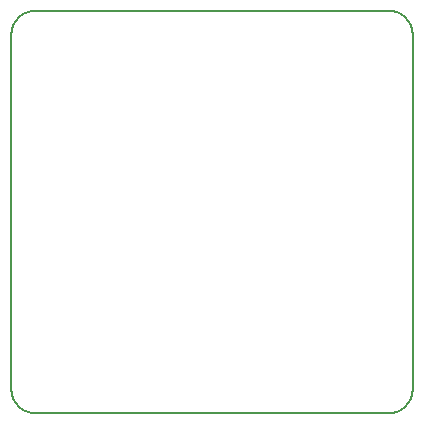
<source format=gm1>
G04 #@! TF.GenerationSoftware,KiCad,Pcbnew,(5.1.8)-1*
G04 #@! TF.CreationDate,2021-01-25T23:00:58-08:00*
G04 #@! TF.ProjectId,audioboard,61756469-6f62-46f6-9172-642e6b696361,rev?*
G04 #@! TF.SameCoordinates,Original*
G04 #@! TF.FileFunction,Profile,NP*
%FSLAX46Y46*%
G04 Gerber Fmt 4.6, Leading zero omitted, Abs format (unit mm)*
G04 Created by KiCad (PCBNEW (5.1.8)-1) date 2021-01-25 23:00:58*
%MOMM*%
%LPD*%
G01*
G04 APERTURE LIST*
G04 #@! TA.AperFunction,Profile*
%ADD10C,0.200000*%
G04 #@! TD*
G04 APERTURE END LIST*
D10*
X206979100Y-67826500D02*
X206769999Y-67464400D01*
X207108300Y-68224200D02*
X206979100Y-67826500D01*
X207152000Y-68640000D02*
X207108300Y-68224200D01*
X207152000Y-98640000D02*
X207152000Y-68640000D01*
X207108300Y-99055800D02*
X207152000Y-98640000D01*
X206979100Y-99453500D02*
X207108300Y-99055800D01*
X206769999Y-99815600D02*
X206979100Y-99453500D01*
X206490300Y-100126300D02*
X206769999Y-99815600D01*
X206152000Y-100372000D02*
X206490300Y-100126300D01*
X205770000Y-100542100D02*
X206152000Y-100372000D01*
X205361000Y-100629000D02*
X205770000Y-100542100D01*
X174943000Y-100629000D02*
X205361000Y-100629000D01*
X174534000Y-100542100D02*
X174943000Y-100629000D01*
X174152000Y-100372000D02*
X174534000Y-100542100D01*
X173813700Y-100126300D02*
X174152000Y-100372000D01*
X173534001Y-99815600D02*
X173813700Y-100126300D01*
X173324900Y-99453500D02*
X173534001Y-99815600D01*
X173195700Y-99055800D02*
X173324900Y-99453500D01*
X173152000Y-98640000D02*
X173195700Y-99055800D01*
X173152000Y-68640000D02*
X173152000Y-98640000D01*
X173195700Y-68224200D02*
X173152000Y-68640000D01*
X173324900Y-67826500D02*
X173195700Y-68224200D01*
X173534001Y-67464400D02*
X173324900Y-67826500D01*
X173813700Y-67153700D02*
X173534001Y-67464400D01*
X174152000Y-66908000D02*
X173813700Y-67153700D01*
X174534000Y-66737900D02*
X174152000Y-66908000D01*
X174943000Y-66651000D02*
X174534000Y-66737900D01*
X205361000Y-66651000D02*
X174943000Y-66651000D01*
X205770000Y-66737900D02*
X205361000Y-66651000D01*
X206152000Y-66908000D02*
X205770000Y-66737900D01*
X206490300Y-67153700D02*
X206152000Y-66908000D01*
X206769999Y-67464400D02*
X206490300Y-67153700D01*
M02*

</source>
